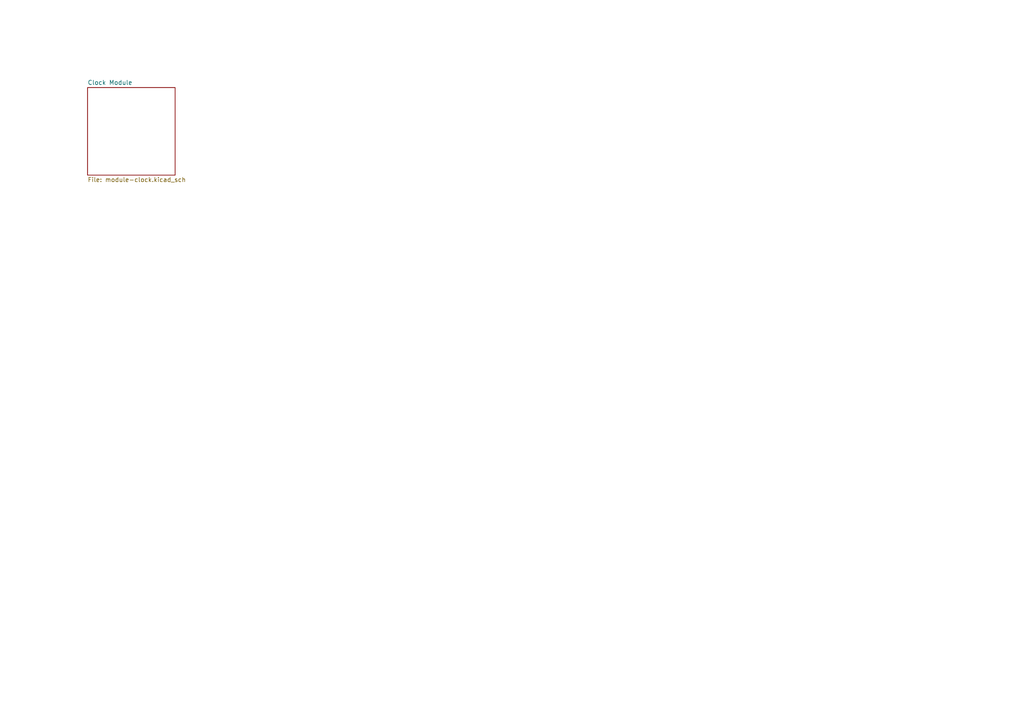
<source format=kicad_sch>
(kicad_sch
	(version 20231120)
	(generator "eeschema")
	(generator_version "8.0")
	(uuid "e5c6d094-d955-47be-ab01-04c61f4dd6d0")
	(paper "A4")
	(lib_symbols)
	(sheet
		(at 25.4 25.4)
		(size 25.4 25.4)
		(fields_autoplaced yes)
		(stroke
			(width 0.1524)
			(type solid)
		)
		(fill
			(color 0 0 0 0.0000)
		)
		(uuid "647cf950-2366-40d1-aa52-e11a7813f05b")
		(property "Sheetname" "Clock Module"
			(at 25.4 24.6884 0)
			(effects
				(font
					(size 1.27 1.27)
				)
				(justify left bottom)
			)
		)
		(property "Sheetfile" "module-clock.kicad_sch"
			(at 25.4 51.3846 0)
			(effects
				(font
					(size 1.27 1.27)
				)
				(justify left top)
			)
		)
		(instances
			(project "8-bit-computer"
				(path "/e5c6d094-d955-47be-ab01-04c61f4dd6d0"
					(page "2")
				)
			)
		)
	)
	(sheet_instances
		(path "/"
			(page "1")
		)
	)
)

</source>
